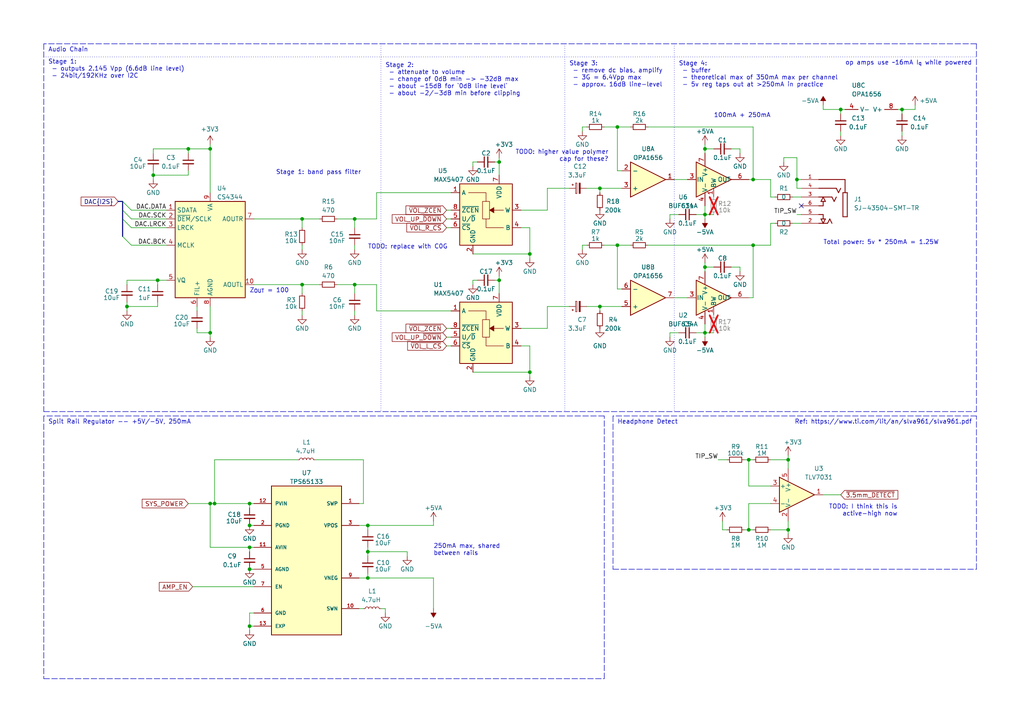
<source format=kicad_sch>
(kicad_sch (version 20230121) (generator eeschema)
  (paper "A4")
  (title_block (title "TANGARA") (date "2023-05-30") (rev "4") (company "made by jacqueline") (comment 1 "SPDX-License-Identifier: CERN-OHL-S-2.0"))
  (lib_symbols
    (symbol "Comparator:TLV7031DBV" (pin_names (offset 0.127))
      (property "Reference" "U" (at -1.27 6.35 0))
      (property "Value" "TLV7031DBV" (at -1.27 3.81 0))
      (symbol "TLV7031DBV_0_1"
        (polyline (pts (xy -5.08 5.08) (xy 5.08 0) (xy -5.08 -5.08) (xy -5.08 5.08)) (stroke (width 0.254)) (fill (type background)))
        (pin power_in line (at -2.54 -7.62 90) (length 3.81) (name "V-") (number "2"))
        (pin power_in line (at -2.54 7.62 270) (length 3.81) (name "V+") (number "5"))
      )
      (symbol "TLV7031DBV_1_1"
        (pin output line (at 7.62 0 180) (length 2.54) (name "~") (number "1"))
        (pin input line (at -7.62 2.54 0) (length 2.54) (name "+") (number "3"))
        (pin input line (at -7.62 -2.54 0) (length 2.54) (name "-") (number "4"))
      )
    )
    (symbol "Device:C_Polarized_Small" (pin_numbers hide) (pin_names (offset 0.254) hide)
      (property "Reference" "C" (at 0.254 1.778 0))
      (property "Value" "C_Polarized_Small" (at 0.254 -2.032 0))
      (symbol "C_Polarized_Small_0_1"
        (rectangle (start -1.524 -0.3048) (end 1.524 -0.6858) (fill (type outline)))
        (rectangle (start -1.524 0.6858) (end 1.524 0.3048))
        (polyline (pts (xy -1.27 1.524) (xy -0.762 1.524)))
        (polyline (pts (xy -1.016 1.27) (xy -1.016 1.778)))
      )
      (symbol "C_Polarized_Small_1_1"
        (pin passive line (at 0 2.54 270) (length 1.8542) (name "~") (number "1"))
        (pin passive line (at 0 -2.54 90) (length 1.8542) (name "~") (number "2"))
      )
    )
    (symbol "Device:C_Small" (pin_numbers hide) (pin_names (offset 0.254) hide)
      (property "Reference" "C" (at 0.254 1.778 0))
      (property "Value" "C_Small" (at 0.254 -2.032 0))
      (symbol "C_Small_0_1"
        (polyline (pts (xy -1.524 -0.508) (xy 1.524 -0.508)) (stroke (width 0.3302)))
        (polyline (pts (xy -1.524 0.508) (xy 1.524 0.508)) (stroke (width 0.3048)))
      )
      (symbol "C_Small_1_1"
        (pin passive line (at 0 2.54 270) (length 2.032) (name "~") (number "1"))
        (pin passive line (at 0 -2.54 90) (length 2.032) (name "~") (number "2"))
      )
    )
    (symbol "Device:L_Small" (pin_numbers hide) (pin_names (offset 0.254) hide)
      (property "Reference" "L" (at 0.762 1.016 0))
      (property "Value" "L_Small" (at 0.762 -1.016 0))
      (symbol "L_Small_0_1"
        (arc (start 0 -2.032) (mid 0.5058 -1.524) (end 0 -1.016))
        (arc (start 0 -1.016) (mid 0.5058 -0.508) (end 0 0))
        (arc (start 0 0) (mid 0.5058 0.508) (end 0 1.016))
        (arc (start 0 1.016) (mid 0.5058 1.524) (end 0 2.032))
      )
      (symbol "L_Small_1_1"
        (pin passive line (at 0 2.54 270) (length 0.508) (name "~") (number "1"))
        (pin passive line (at 0 -2.54 90) (length 0.508) (name "~") (number "2"))
      )
    )
    (symbol "Device:Opamp_Dual"
      (property "Reference" "U" (at 0 5.08 0))
      (property "Value" "Opamp_Dual" (at 0 -5.08 0))
      (symbol "Opamp_Dual_1_1"
        (polyline (pts (xy -5.08 5.08) (xy 5.08 0) (xy -5.08 -5.08) (xy -5.08 5.08)) (stroke (width 0.254)) (fill (type background)))
        (pin output line (at 7.62 0 180) (length 2.54) (name "~") (number "1"))
        (pin input line (at -7.62 -2.54 0) (length 2.54) (name "-") (number "2"))
        (pin input line (at -7.62 2.54 0) (length 2.54) (name "+") (number "3"))
      )
      (symbol "Opamp_Dual_2_1"
        (polyline (pts (xy -5.08 5.08) (xy 5.08 0) (xy -5.08 -5.08) (xy -5.08 5.08)) (stroke (width 0.254)) (fill (type background)))
        (pin input line (at -7.62 2.54 0) (length 2.54) (name "+") (number "5"))
        (pin input line (at -7.62 -2.54 0) (length 2.54) (name "-") (number "6"))
        (pin output line (at 7.62 0 180) (length 2.54) (name "~") (number "7"))
      )
      (symbol "Opamp_Dual_3_1"
        (pin power_in line (at -2.54 -7.62 90) (length 3.81) (name "V-") (number "4"))
        (pin power_in line (at -2.54 7.62 270) (length 3.81) (name "V+") (number "8"))
      )
    )
    (symbol "Device:R_Small" (pin_numbers hide) (pin_names (offset 0.254) hide)
      (property "Reference" "R" (at 0.762 0.508 0))
      (property "Value" "R_Small" (at 0.762 -1.016 0))
      (symbol "R_Small_0_1"
        (rectangle (start -0.762 1.778) (end 0.762 -1.778) (stroke (width 0.2032)))
      )
      (symbol "R_Small_1_1"
        (pin passive line (at 0 2.54 270) (length 0.762) (name "~") (number "1"))
        (pin passive line (at 0 -2.54 90) (length 0.762) (name "~") (number "2"))
      )
    )
    (symbol "MAX5407_1"
      (property "Reference" "U" (at -7.62 8.89 0))
      (property "Value" "MAX5407" (at 1.27 8.89 0))
      (symbol "MAX5407_1_0_1"
        (polyline (pts (xy 0 -2.54) (xy 0 -5.08) (xy 5.08 -5.08)))
        (polyline (pts (xy 5.08 0) (xy 3.81 0) (xy 1.27 0)))
        (polyline (pts (xy -5.08 5.08) (xy -2.54 5.08) (xy -2.54 5.08) (xy 0 5.08) (xy 0 2.54)))
      )
      (symbol "MAX5407_1_1_0"
        (pin passive line (at -10.16 -5.08 0) (length 2.54) (name "~{CS}") (number "6"))
        (pin passive line (at 3.81 10.16 270) (length 2.54) (name "VDD") (number "7"))
      )
      (symbol "MAX5407_1_1_1"
        (rectangle (start -7.62 7.62) (end 7.62 -10.16) (stroke (width 0.254)) (fill (type background)))
        (polyline (pts (xy 2.286 -0.762) (xy 2.286 0.762) (xy 1.016 0) (xy 2.286 -0.762)) (fill (type outline)))
        (rectangle (start 1.016 -2.54) (end -1.016 2.54))
        (pin passive line (at -10.16 5.08 0) (length 2.54) (name "A") (number "1"))
        (pin passive line (at -3.81 -12.7 90) (length 2.54) (name "GND") (number "2"))
        (pin passive line (at 10.16 0 180) (length 2.54) (name "W") (number "3"))
        (pin passive line (at 10.16 -5.08 180) (length 2.54) (name "B") (number "4"))
        (pin power_in line (at -10.16 -2.54 0) (length 2.54) (name "U/~{D}") (number "5"))
        (pin power_in line (at -10.16 0 0) (length 2.54) (name "~{ZCEN}") (number "8"))
      )
    )
    (symbol "power:+3V3" (power) (pin_names (offset 0))
      (property "Value" "+3V3" (at 0 3.556 0))
      (symbol "+3V3_0_1"
        (polyline (pts (xy -0.762 1.27) (xy 0 2.54)))
        (polyline (pts (xy 0 0) (xy 0 2.54)))
        (polyline (pts (xy 0 2.54) (xy 0.762 1.27)))
      )
      (symbol "+3V3_1_1"
        (pin power_in line (at 0 0 90) (length 0) hide (name "+3V3") (number "1"))
      )
    )
    (symbol "power:+5VA" (power) (pin_names (offset 0))
      (property "Value" "+5VA" (at 0 3.556 0))
      (symbol "+5VA_0_1"
        (polyline (pts (xy -0.762 1.27) (xy 0 2.54)))
        (polyline (pts (xy 0 0) (xy 0 2.54)))
        (polyline (pts (xy 0 2.54) (xy 0.762 1.27)))
      )
      (symbol "+5VA_1_1"
        (pin power_in line (at 0 0 90) (length 0) hide (name "+5VA") (number "1"))
      )
    )
    (symbol "power:-5VA" (power) (pin_names (offset 0))
      (property "Value" "-5VA" (at 0 3.81 0))
      (symbol "-5VA_0_0"
        (pin power_in line (at 0 0 90) (length 0) hide (name "-5VA") (number "1"))
      )
      (symbol "-5VA_0_1"
        (polyline (pts (xy 0 0) (xy 0 1.27) (xy 0.762 1.27) (xy 0 2.54) (xy -0.762 1.27) (xy 0 1.27)) (fill (type outline)))
      )
    )
    (symbol "power:GND" (power) (pin_names (offset 0))
      (property "Value" "GND" (at 0 -3.81 0))
      (symbol "GND_0_1"
        (polyline (pts (xy 0 0) (xy 0 -1.27) (xy 1.27 -1.27) (xy 0 -2.54) (xy -1.27 -1.27) (xy 0 -1.27)))
      )
      (symbol "GND_1_1"
        (pin power_in line (at 0 0 270) (length 0) hide (name "GND") (number "1"))
      )
    )
    (symbol "symbols:BUF634A" (pin_names (offset 0.127))
      (property "Reference" "U" (at 6.35 2.54 0))
      (property "Value" "BUF634A" (at 7.62 -2.54 0))
      (symbol "BUF634A_0_1"
        (polyline (pts (xy 5.08 0) (xy -5.08 5.08) (xy -5.08 -5.08) (xy 5.08 0)) (stroke (width 0.254)) (fill (type background)))
      )
      (symbol "BUF634A_1_1"
        (pin input line (at 0 -5.08 90) (length 2.54) (name "BW") (number "1"))
        (pin no_connect line (at -1.27 -1.27 180) (length 2.54) hide (name "NC") (number "2"))
        (pin input line (at -7.62 0 0) (length 2.54) (name "IN") (number "3"))
        (pin power_in line (at -2.54 -7.62 90) (length 3.81) (name "V-") (number "4"))
        (pin no_connect line (at -5.08 -2.54 0) (length 2.54) hide (name "NC") (number "5"))
        (pin output line (at 10.16 0 180) (length 5.08) (name "OUT") (number "6"))
        (pin power_in line (at -2.54 7.62 270) (length 3.81) (name "V+") (number "7"))
        (pin no_connect line (at 0 0 180) (length 2.54) hide (name "NC") (number "8"))
        (pin power_in line (at -2.54 -7.62 90) (length 2.54) hide (name "EP") (number "9"))
      )
    )
    (symbol "symbols:CS4334_1"
      (property "Reference" "U" (at -10.16 8.89 0))
      (property "Value" "CS4334" (at 6.35 -8.89 0))
      (symbol "CS4334_1_0_1"
        (rectangle (start -10.16 7.62) (end 10.16 -20.32) (stroke (width 0.254)) (fill (type background)))
      )
      (symbol "CS4334_1_1_0"
        (pin output line (at -12.7 -15.24 0) (length 2.54) (name "VQ") (number "5"))
        (pin output line (at -3.81 -22.86 90) (length 2.54) (name "FIL+") (number "6"))
      )
      (symbol "CS4334_1_1_1"
        (pin input line (at -12.7 5.08 0) (length 2.54) (name "SDATA") (number "1"))
        (pin output line (at 12.7 -16.51 180) (length 2.54) (name "AOUTL") (number "10"))
        (pin input line (at -12.7 2.54 0) (length 2.54) (name "~{DEM}/SCLK") (number "2"))
        (pin input line (at -12.7 0 0) (length 2.54) (name "LRCK") (number "3"))
        (pin input line (at -12.7 -5.08 0) (length 2.54) (name "MCLK") (number "4"))
        (pin output line (at 12.7 2.54 180) (length 2.54) (name "AOUTR") (number "7"))
        (pin power_in line (at 0 -22.86 90) (length 2.54) (name "AGND") (number "8"))
        (pin power_in line (at 0 10.16 270) (length 2.54) (name "VA") (number "9"))
      )
    )
    (symbol "symbols:MAX5407"
      (property "Reference" "U" (at -7.62 8.89 0))
      (property "Value" "MAX5407" (at 1.27 8.89 0))
      (symbol "MAX5407_0_1"
        (polyline (pts (xy 0 -2.54) (xy 0 -5.08) (xy 5.08 -5.08)))
        (polyline (pts (xy 5.08 0) (xy 3.81 0) (xy 1.27 0)))
        (polyline (pts (xy -5.08 5.08) (xy -2.54 5.08) (xy -2.54 5.08) (xy 0 5.08) (xy 0 2.54)))
      )
      (symbol "MAX5407_1_0"
        (pin passive line (at -10.16 -5.08 0) (length 2.54) (name "~{CS}") (number "6"))
        (pin passive line (at 3.81 10.16 270) (length 2.54) (name "VDD") (number "7"))
      )
      (symbol "MAX5407_1_1"
        (rectangle (start -7.62 7.62) (end 7.62 -10.16) (stroke (width 0.254)) (fill (type background)))
        (polyline (pts (xy 2.286 -0.762) (xy 2.286 0.762) (xy 1.016 0) (xy 2.286 -0.762)) (fill (type outline)))
        (rectangle (start 1.016 -2.54) (end -1.016 2.54))
        (pin passive line (at -10.16 5.08 0) (length 2.54) (name "A") (number "1"))
        (pin passive line (at -3.81 -12.7 90) (length 2.54) (name "GND") (number "2"))
        (pin passive line (at 10.16 0 180) (length 2.54) (name "W") (number "3"))
        (pin passive line (at 10.16 -5.08 180) (length 2.54) (name "B") (number "4"))
        (pin power_in line (at -10.16 -2.54 0) (length 2.54) (name "U/~{D}") (number "5"))
        (pin power_in line (at -10.16 0 0) (length 2.54) (name "~{ZCEN}") (number "8"))
      )
    )
    (symbol "symbols:SJ-43504-SMT-TR" (pin_names (offset 1.016))
      (property "Reference" "J" (at -8.9086 6.3633 0))
      (property "Value" "SJ-43504-SMT-TR" (at -8.8984 -11.4407 0))
      (symbol "SJ-43504-SMT-TR_0_0"
        (polyline (pts (xy -8.255 -5.715) (xy -8.255 1.27)) (stroke (width 0.254)))
        (polyline (pts (xy -8.255 1.27) (xy -7.62 1.27)) (stroke (width 0.254)))
        (polyline (pts (xy -7.62 1.27) (xy -6.985 1.27)) (stroke (width 0.254)))
        (polyline (pts (xy -7.62 5.08) (xy -7.62 1.27)) (stroke (width 0.254)))
        (polyline (pts (xy -6.985 -5.715) (xy -8.255 -5.715)) (stroke (width 0.254)))
        (polyline (pts (xy -6.985 1.27) (xy -6.985 -5.715)) (stroke (width 0.254)))
        (polyline (pts (xy -5.715 1.27) (xy -6.35 2.54)) (stroke (width 0.254)))
        (polyline (pts (xy -5.08 2.54) (xy -5.715 1.27)) (stroke (width 0.254)))
        (polyline (pts (xy -4.445 -1.27) (xy -5.08 0)) (stroke (width 0.254)))
        (polyline (pts (xy -3.81 0) (xy -4.445 -1.27)) (stroke (width 0.254)))
        (polyline (pts (xy -3.175 -6.35) (xy -3.81 -7.62)) (stroke (width 0.254)))
        (polyline (pts (xy -2.54 -7.62) (xy -3.175 -6.35)) (stroke (width 0.254)))
        (polyline (pts (xy -1.905 -6.35) (xy -1.27 -6.35)) (stroke (width 0.254)))
        (polyline (pts (xy -1.905 -1.27) (xy -1.27 -1.27)) (stroke (width 0.254)))
        (polyline (pts (xy -1.27 -7.62) (xy -2.54 -7.62)) (stroke (width 0.254)))
        (polyline (pts (xy -1.27 -7.62) (xy -1.905 -6.35)) (stroke (width 0.254)))
        (polyline (pts (xy -1.27 -6.35) (xy -0.635 -6.35)) (stroke (width 0.254)))
        (polyline (pts (xy -1.27 -5.08) (xy -1.27 -6.35)) (stroke (width 0.254)))
        (polyline (pts (xy -1.27 -2.54) (xy -1.27 -1.27)) (stroke (width 0.254)))
        (polyline (pts (xy -1.27 -1.27) (xy -0.635 -1.27)) (stroke (width 0.254)))
        (polyline (pts (xy -1.27 0) (xy -3.81 0)) (stroke (width 0.254)))
        (polyline (pts (xy -1.27 0) (xy -1.905 -1.27)) (stroke (width 0.254)))
        (polyline (pts (xy -0.635 -6.35) (xy -1.27 -7.62)) (stroke (width 0.254)))
        (polyline (pts (xy -0.635 -1.27) (xy -1.27 0)) (stroke (width 0.254)))
        (polyline (pts (xy 0 -7.62) (xy -1.27 -7.62)) (stroke (width 0.254)))
        (polyline (pts (xy 0 -5.08) (xy -1.27 -5.08)) (stroke (width 0.254)))
        (polyline (pts (xy 0 -2.54) (xy -1.27 -2.54)) (stroke (width 0.254)))
        (polyline (pts (xy 0 0) (xy -1.27 0)) (stroke (width 0.254)))
        (polyline (pts (xy 0 2.54) (xy -5.08 2.54)) (stroke (width 0.254)))
        (polyline (pts (xy 0 5.08) (xy -7.62 5.08)) (stroke (width 0.254)))
        (pin passive line (at 5.08 5.08 180) (length 5.08) (name "~") (number "1"))
        (pin passive line (at 5.08 -7.62 180) (length 5.08) (name "~") (number "2"))
        (pin passive line (at 5.08 0 180) (length 5.08) (name "~") (number "3"))
        (pin passive line (at 5.08 2.54 180) (length 5.08) (name "~") (number "4"))
        (pin passive line (at 5.08 -5.08 180) (length 5.08) (name "~") (number "5"))
        (pin passive line (at 5.08 -2.54 180) (length 5.08) (name "~") (number "6"))
      )
    )
    (symbol "symbols:TPS65135RTER" (pin_names (offset 1.016))
      (property "Reference" "U" (at -10.16 23.622 0))
      (property "Value" "TPS65135RTER" (at -10.16 -22.86 0))
      (symbol "TPS65135RTER_0_0"
        (rectangle (start -10.16 22.86) (end 10.16 -20.32) (stroke (width 0.254)) (fill (type background)))
        (pin bidirectional line (at 15.24 17.78 180) (length 5.08) (name "SWP") (number "1"))
        (pin bidirectional line (at 15.24 -12.7 180) (length 5.08) (name "SWN") (number "10"))
        (pin bidirectional line (at -15.24 5.08 0) (length 5.08) (name "AVIN") (number "11"))
        (pin bidirectional line (at -15.24 17.78 0) (length 5.08) (name "PVIN") (number "12"))
        (pin power_in line (at -15.24 -17.78 0) (length 5.08) (name "EXP") (number "13"))
        (pin power_in line (at -15.24 11.43 0) (length 5.08) (name "PGND") (number "2"))
        (pin output line (at 15.24 11.43 180) (length 5.08) (name "VPOS") (number "3"))
        (pin power_in line (at -15.24 -13.97 0) (length 5.08) hide (name "GND") (number "4"))
        (pin input line (at -15.24 -1.27 0) (length 5.08) (name "AGND") (number "5"))
        (pin power_in line (at -15.24 -13.97 0) (length 5.08) (name "GND") (number "6"))
        (pin input line (at -15.24 -6.35 0) (length 5.08) (name "EN") (number "7"))
        (pin output line (at -15.24 -13.97 0) (length 5.08) hide (name "GND") (number "8"))
        (pin output line (at 15.24 -3.81 180) (length 5.08) (name "VNEG") (number "9"))
      )
    )
  )
  (junction (at 204.47 43.18))
  (junction (at 261.62 31.75))
  (junction (at 153.67 107.95))
  (junction (at 44.45 50.8))
  (junction (at 45.72 81.28))
  (junction (at 60.96 96.52))
  (junction (at 36.83 88.9))
  (junction (at 54.61 43.18))
  (junction (at 87.63 82.55))
  (junction (at 179.07 71.12))
  (junction (at 204.47 96.52))
  (junction (at 60.96 146.05))
  (junction (at 228.6 153.67))
  (junction (at 72.39 181.61))
  (junction (at 144.78 81.28))
  (junction (at 153.67 73.66))
  (junction (at 106.68 167.64))
  (junction (at 72.39 165.1))
  (junction (at 218.44 71.12))
  (junction (at 72.39 152.4))
  (junction (at 173.99 54.61))
  (junction (at 60.96 43.18))
  (junction (at 179.07 36.83))
  (junction (at 173.99 88.9))
  (junction (at 72.39 158.75))
  (junction (at 62.23 146.05))
  (junction (at 231.14 52.07))
  (junction (at 218.44 52.07))
  (junction (at 217.17 133.35))
  (junction (at 106.68 152.4))
  (junction (at 102.87 82.55))
  (junction (at 106.68 160.02))
  (junction (at 144.78 46.99))
  (junction (at 72.39 146.05))
  (junction (at 204.47 77.47))
  (junction (at 217.17 153.67))
  (junction (at 243.84 31.75))
  (junction (at 204.47 62.23))
  (junction (at 87.63 63.5))
  (junction (at 228.6 133.35))
  (junction (at 102.87 63.5))
  (no_connect (at 232.41 59.69))
  (bus_entry (at 35.56 63.5) (size 2.54 2.54))
  (bus_entry (at 35.56 60.96) (size 2.54 2.54))
  (bus_entry (at 35.56 58.42) (size 2.54 2.54))
  (bus_entry (at 35.56 68.58) (size 2.54 2.54))
  (wire (pts (xy 57.15 90.17) (xy 57.15 88.9)))
  (wire (pts (xy 153.67 107.95) (xy 153.67 100.33)))
  (wire (pts (xy 54.61 43.18) (xy 60.96 43.18)))
  (wire (pts (xy 104.14 146.05) (xy 105.41 146.05)))
  (polyline (pts (xy 175.26 120.65) (xy 12.7 120.65)) (stroke (width 0) (type dash)))
  (polyline (pts (xy 12.7 16.51) (xy 283.21 16.51)) (stroke (width 0) (type dot)))
  (wire (pts (xy 214.63 43.18) (xy 212.09 43.18)))
  (wire (pts (xy 44.45 49.53) (xy 44.45 50.8)))
  (wire (pts (xy 54.61 50.8) (xy 44.45 50.8)))
  (wire (pts (xy 207.01 77.47) (xy 204.47 77.47)))
  (polyline (pts (xy 283.21 12.7) (xy 12.7 12.7)) (stroke (width 0) (type dash)))
  (wire (pts (xy 261.62 31.75) (xy 260.35 31.75)))
  (wire (pts (xy 180.34 83.82) (xy 179.07 83.82)))
  (wire (pts (xy 137.16 107.95) (xy 153.67 107.95)))
  (polyline (pts (xy 283.21 119.38) (xy 283.21 12.7)) (stroke (width 0) (type dash)))
  (wire (pts (xy 60.96 43.18) (xy 60.96 55.88)))
  (wire (pts (xy 238.76 31.75) (xy 243.84 31.75)))
  (polyline (pts (xy 163.83 12.7) (xy 163.83 119.38)) (stroke (width 0) (type dot)))
  (wire (pts (xy 153.67 66.04) (xy 151.13 66.04)))
  (wire (pts (xy 62.23 133.35) (xy 86.36 133.35)))
  (wire (pts (xy 105.41 176.53) (xy 104.14 176.53)))
  (wire (pts (xy 243.84 31.75) (xy 245.11 31.75)))
  (wire (pts (xy 223.52 57.15) (xy 224.79 57.15)))
  (wire (pts (xy 44.45 44.45) (xy 44.45 43.18)))
  (wire (pts (xy 60.96 158.75) (xy 60.96 146.05)))
  (wire (pts (xy 151.13 95.25) (xy 158.75 95.25)))
  (wire (pts (xy 223.52 140.97) (xy 217.17 140.97)))
  (wire (pts (xy 153.67 73.66) (xy 153.67 66.04)))
  (wire (pts (xy 143.51 81.28) (xy 144.78 81.28)))
  (wire (pts (xy 173.99 88.9) (xy 180.34 88.9)))
  (wire (pts (xy 209.55 153.67) (xy 210.82 153.67)))
  (wire (pts (xy 111.76 176.53) (xy 111.76 177.8)))
  (wire (pts (xy 261.62 39.37) (xy 261.62 38.1)))
  (wire (pts (xy 60.96 146.05) (xy 62.23 146.05)))
  (polyline (pts (xy 283.21 120.65) (xy 177.8 120.65)) (stroke (width 0) (type dash)))
  (wire (pts (xy 238.76 143.51) (xy 243.84 143.51)))
  (bus (pts (xy 35.56 60.96) (xy 35.56 63.5)))
  (wire (pts (xy 227.33 45.72) (xy 227.33 46.99)))
  (wire (pts (xy 129.54 97.79) (xy 130.81 97.79)))
  (wire (pts (xy 179.07 36.83) (xy 182.88 36.83)))
  (wire (pts (xy 105.41 146.05) (xy 105.41 133.35)))
  (wire (pts (xy 207.01 43.18) (xy 204.47 43.18)))
  (wire (pts (xy 151.13 60.96) (xy 158.75 60.96)))
  (wire (pts (xy 106.68 152.4) (xy 106.68 153.67)))
  (wire (pts (xy 194.31 63.5) (xy 194.31 62.23)))
  (wire (pts (xy 60.96 96.52) (xy 60.96 88.9)))
  (wire (pts (xy 243.84 33.02) (xy 243.84 31.75)))
  (wire (pts (xy 72.39 182.88) (xy 72.39 181.61)))
  (wire (pts (xy 137.16 82.55) (xy 137.16 81.28)))
  (wire (pts (xy 228.6 132.08) (xy 228.6 133.35)))
  (wire (pts (xy 187.96 71.12) (xy 218.44 71.12)))
  (wire (pts (xy 125.73 167.64) (xy 106.68 167.64)))
  (wire (pts (xy 223.52 57.15) (xy 223.52 52.07)))
  (wire (pts (xy 109.22 55.88) (xy 109.22 63.5)))
  (wire (pts (xy 231.14 52.07) (xy 232.41 52.07)))
  (wire (pts (xy 62.23 146.05) (xy 62.23 133.35)))
  (wire (pts (xy 204.47 62.23) (xy 207.01 62.23)))
  (wire (pts (xy 153.67 74.93) (xy 153.67 73.66)))
  (wire (pts (xy 217.17 140.97) (xy 217.17 133.35)))
  (wire (pts (xy 158.75 60.96) (xy 158.75 54.61)))
  (wire (pts (xy 261.62 33.02) (xy 261.62 31.75)))
  (bus (pts (xy 35.56 63.5) (xy 35.56 68.58)))
  (wire (pts (xy 102.87 82.55) (xy 109.22 82.55)))
  (wire (pts (xy 54.61 43.18) (xy 54.61 44.45)))
  (wire (pts (xy 265.43 31.75) (xy 261.62 31.75)))
  (wire (pts (xy 223.52 146.05) (xy 217.17 146.05)))
  (wire (pts (xy 194.31 62.23) (xy 196.85 62.23)))
  (wire (pts (xy 106.68 160.02) (xy 106.68 161.29)))
  (wire (pts (xy 125.73 151.13) (xy 125.73 152.4)))
  (wire (pts (xy 231.14 45.72) (xy 227.33 45.72)))
  (polyline (pts (xy 283.21 165.1) (xy 283.21 120.65)) (stroke (width 0) (type dash)))
  (wire (pts (xy 218.44 52.07) (xy 218.44 36.83)))
  (wire (pts (xy 44.45 43.18) (xy 54.61 43.18)))
  (wire (pts (xy 137.16 73.66) (xy 153.67 73.66)))
  (wire (pts (xy 215.9 153.67) (xy 217.17 153.67)))
  (wire (pts (xy 87.63 63.5) (xy 92.71 63.5)))
  (wire (pts (xy 179.07 49.53) (xy 179.07 36.83)))
  (wire (pts (xy 223.52 52.07) (xy 218.44 52.07)))
  (wire (pts (xy 106.68 152.4) (xy 125.73 152.4)))
  (wire (pts (xy 204.47 97.79) (xy 204.47 96.52)))
  (wire (pts (xy 36.83 88.9) (xy 36.83 90.17)))
  (wire (pts (xy 204.47 41.91) (xy 204.47 43.18)))
  (wire (pts (xy 215.9 133.35) (xy 217.17 133.35)))
  (wire (pts (xy 73.66 82.55) (xy 87.63 82.55)))
  (wire (pts (xy 223.52 71.12) (xy 218.44 71.12)))
  (wire (pts (xy 38.1 60.96) (xy 48.26 60.96)))
  (wire (pts (xy 137.16 46.99) (xy 138.43 46.99)))
  (wire (pts (xy 38.1 63.5) (xy 48.26 63.5)))
  (wire (pts (xy 201.93 62.23) (xy 204.47 62.23)))
  (wire (pts (xy 187.96 36.83) (xy 218.44 36.83)))
  (wire (pts (xy 223.52 133.35) (xy 228.6 133.35)))
  (wire (pts (xy 109.22 90.17) (xy 130.81 90.17)))
  (wire (pts (xy 231.14 62.23) (xy 232.41 62.23)))
  (wire (pts (xy 104.14 152.4) (xy 106.68 152.4)))
  (wire (pts (xy 62.23 146.05) (xy 72.39 146.05)))
  (wire (pts (xy 218.44 86.36) (xy 218.44 71.12)))
  (wire (pts (xy 173.99 90.17) (xy 173.99 88.9)))
  (wire (pts (xy 153.67 109.22) (xy 153.67 107.95)))
  (bus (pts (xy 34.29 58.42) (xy 35.56 58.42)))
  (wire (pts (xy 170.18 54.61) (xy 173.99 54.61)))
  (wire (pts (xy 72.39 181.61) (xy 73.66 181.61)))
  (wire (pts (xy 57.15 95.25) (xy 57.15 96.52)))
  (wire (pts (xy 173.99 55.88) (xy 173.99 54.61)))
  (bus (pts (xy 35.56 58.42) (xy 35.56 60.96)))
  (polyline (pts (xy 177.8 165.1) (xy 283.21 165.1)) (stroke (width 0) (type dash)))
  (wire (pts (xy 170.18 88.9) (xy 173.99 88.9)))
  (wire (pts (xy 106.68 158.75) (xy 106.68 160.02)))
  (wire (pts (xy 217.17 153.67) (xy 218.44 153.67)))
  (wire (pts (xy 194.31 96.52) (xy 196.85 96.52)))
  (wire (pts (xy 54.61 146.05) (xy 60.96 146.05)))
  (polyline (pts (xy 12.7 12.7) (xy 12.7 119.38)) (stroke (width 0) (type dash)))
  (wire (pts (xy 228.6 154.94) (xy 228.6 153.67)))
  (wire (pts (xy 87.63 85.09) (xy 87.63 82.55)))
  (wire (pts (xy 204.47 96.52) (xy 204.47 93.98)))
  (wire (pts (xy 204.47 76.2) (xy 204.47 77.47)))
  (wire (pts (xy 231.14 52.07) (xy 231.14 45.72)))
  (polyline (pts (xy 175.26 196.85) (xy 175.26 120.65)) (stroke (width 0) (type dash)))
  (wire (pts (xy 57.15 96.52) (xy 60.96 96.52)))
  (wire (pts (xy 194.31 97.79) (xy 194.31 96.52)))
  (wire (pts (xy 137.16 81.28) (xy 138.43 81.28)))
  (wire (pts (xy 102.87 72.39) (xy 102.87 71.12)))
  (wire (pts (xy 73.66 63.5) (xy 87.63 63.5)))
  (wire (pts (xy 231.14 54.61) (xy 232.41 54.61)))
  (wire (pts (xy 87.63 91.44) (xy 87.63 90.17)))
  (wire (pts (xy 204.47 62.23) (xy 204.47 59.69)))
  (wire (pts (xy 195.58 52.07) (xy 199.39 52.07)))
  (wire (pts (xy 158.75 95.25) (xy 158.75 88.9)))
  (wire (pts (xy 153.67 100.33) (xy 151.13 100.33)))
  (wire (pts (xy 217.17 133.35) (xy 218.44 133.35)))
  (wire (pts (xy 54.61 49.53) (xy 54.61 50.8)))
  (wire (pts (xy 144.78 80.01) (xy 144.78 81.28)))
  (wire (pts (xy 223.52 64.77) (xy 223.52 71.12)))
  (wire (pts (xy 118.11 160.02) (xy 106.68 160.02)))
  (wire (pts (xy 214.63 77.47) (xy 212.09 77.47)))
  (wire (pts (xy 87.63 72.39) (xy 87.63 71.12)))
  (wire (pts (xy 102.87 63.5) (xy 109.22 63.5)))
  (wire (pts (xy 243.84 39.37) (xy 243.84 38.1)))
  (wire (pts (xy 87.63 66.04) (xy 87.63 63.5)))
  (polyline (pts (xy 12.7 120.65) (xy 12.7 196.85)) (stroke (width 0) (type dash)))
  (wire (pts (xy 55.88 170.18) (xy 73.66 170.18)))
  (wire (pts (xy 265.43 31.75) (xy 265.43 30.48)))
  (wire (pts (xy 104.14 167.64) (xy 106.68 167.64)))
  (polyline (pts (xy 12.7 196.85) (xy 175.26 196.85)) (stroke (width 0) (type dash)))
  (wire (pts (xy 60.96 97.79) (xy 60.96 96.52)))
  (wire (pts (xy 129.54 63.5) (xy 130.81 63.5)))
  (wire (pts (xy 72.39 165.1) (xy 73.66 165.1)))
  (wire (pts (xy 129.54 100.33) (xy 130.81 100.33)))
  (wire (pts (xy 72.39 158.75) (xy 73.66 158.75)))
  (wire (pts (xy 209.55 151.13) (xy 209.55 153.67)))
  (wire (pts (xy 129.54 60.96) (xy 130.81 60.96)))
  (wire (pts (xy 129.54 66.04) (xy 130.81 66.04)))
  (wire (pts (xy 72.39 152.4) (xy 73.66 152.4)))
  (wire (pts (xy 223.52 64.77) (xy 224.79 64.77)))
  (wire (pts (xy 144.78 85.09) (xy 144.78 81.28)))
  (wire (pts (xy 204.47 63.5) (xy 204.47 62.23)))
  (wire (pts (xy 137.16 48.26) (xy 137.16 46.99)))
  (wire (pts (xy 143.51 46.99) (xy 144.78 46.99)))
  (wire (pts (xy 173.99 54.61) (xy 180.34 54.61)))
  (wire (pts (xy 38.1 71.12) (xy 48.26 71.12)))
  (wire (pts (xy 125.73 176.53) (xy 125.73 167.64)))
  (wire (pts (xy 105.41 133.35) (xy 91.44 133.35)))
  (wire (pts (xy 36.83 81.28) (xy 36.83 82.55)))
  (wire (pts (xy 204.47 96.52) (xy 207.01 96.52)))
  (wire (pts (xy 208.28 133.35) (xy 210.82 133.35)))
  (wire (pts (xy 45.72 87.63) (xy 45.72 88.9)))
  (wire (pts (xy 217.17 86.36) (xy 218.44 86.36)))
  (wire (pts (xy 72.39 146.05) (xy 72.39 147.32)))
  (wire (pts (xy 195.58 86.36) (xy 199.39 86.36)))
  (wire (pts (xy 72.39 146.05) (xy 73.66 146.05)))
  (wire (pts (xy 106.68 166.37) (xy 106.68 167.64)))
  (wire (pts (xy 204.47 43.18) (xy 204.47 44.45)))
  (wire (pts (xy 102.87 91.44) (xy 102.87 90.17)))
  (wire (pts (xy 102.87 82.55) (xy 102.87 85.09)))
  (wire (pts (xy 110.49 176.53) (xy 111.76 176.53)))
  (wire (pts (xy 180.34 49.53) (xy 179.07 49.53)))
  (wire (pts (xy 175.26 36.83) (xy 179.07 36.83)))
  (wire (pts (xy 109.22 55.88) (xy 130.81 55.88)))
  (wire (pts (xy 204.47 77.47) (xy 204.47 78.74)))
  (wire (pts (xy 217.17 52.07) (xy 218.44 52.07)))
  (wire (pts (xy 168.91 38.1) (xy 168.91 36.83)))
  (wire (pts (xy 129.54 95.25) (xy 130.81 95.25)))
  (wire (pts (xy 179.07 83.82) (xy 179.07 71.12)))
  (wire (pts (xy 228.6 133.35) (xy 228.6 135.89)))
  (wire (pts (xy 72.39 158.75) (xy 60.96 158.75)))
  (wire (pts (xy 87.63 82.55) (xy 92.71 82.55)))
  (wire (pts (xy 158.75 54.61) (xy 165.1 54.61)))
  (wire (pts (xy 38.1 66.04) (xy 48.26 66.04)))
  (wire (pts (xy 48.26 81.28) (xy 45.72 81.28)))
  (wire (pts (xy 45.72 81.28) (xy 36.83 81.28)))
  (wire (pts (xy 45.72 88.9) (xy 36.83 88.9)))
  (wire (pts (xy 201.93 96.52) (xy 204.47 96.52)))
  (wire (pts (xy 36.83 87.63) (xy 36.83 88.9)))
  (wire (pts (xy 214.63 44.45) (xy 214.63 43.18)))
  (wire (pts (xy 217.17 146.05) (xy 217.17 153.67)))
  (wire (pts (xy 118.11 161.29) (xy 118.11 160.02)))
  (wire (pts (xy 73.66 177.8) (xy 72.39 177.8)))
  (wire (pts (xy 72.39 160.02) (xy 72.39 158.75)))
  (wire (pts (xy 168.91 72.39) (xy 168.91 71.12)))
  (wire (pts (xy 179.07 71.12) (xy 182.88 71.12)))
  (wire (pts (xy 45.72 81.28) (xy 45.72 82.55)))
  (wire (pts (xy 223.52 153.67) (xy 228.6 153.67)))
  (wire (pts (xy 231.14 52.07) (xy 231.14 54.61)))
  (polyline (pts (xy 110.49 12.7) (xy 110.49 119.38)) (stroke (width 0) (type dot)))
  (wire (pts (xy 102.87 63.5) (xy 102.87 66.04)))
  (wire (pts (xy 97.79 82.55) (xy 102.87 82.55)))
  (polyline (pts (xy 195.58 12.7) (xy 195.58 119.38)) (stroke (width 0) (type dot)))
  (polyline (pts (xy 177.8 120.65) (xy 177.8 165.1)) (stroke (width 0) (type dash)))
  (wire (pts (xy 44.45 52.07) (xy 44.45 50.8)))
  (wire (pts (xy 168.91 71.12) (xy 170.18 71.12)))
  (wire (pts (xy 238.76 31.75) (xy 238.76 30.48)))
  (wire (pts (xy 97.79 63.5) (xy 102.87 63.5)))
  (wire (pts (xy 144.78 50.8) (xy 144.78 46.99)))
  (wire (pts (xy 228.6 153.67) (xy 228.6 151.13)))
  (wire (pts (xy 175.26 71.12) (xy 179.07 71.12)))
  (wire (pts (xy 144.78 45.72) (xy 144.78 46.99)))
  (wire (pts (xy 214.63 78.74) (xy 214.63 77.47)))
  (wire (pts (xy 109.22 82.55) (xy 109.22 90.17)))
  (polyline (pts (xy 12.7 119.38) (xy 283.21 119.38)) (stroke (width 0) (type dash)))
  (wire (pts (xy 60.96 41.91) (xy 60.96 43.18)))
  (wire (pts (xy 229.87 57.15) (xy 232.41 57.15)))
  (wire (pts (xy 229.87 64.77) (xy 232.41 64.77)))
  (wire (pts (xy 72.39 177.8) (xy 72.39 181.61)))
  (wire (pts (xy 158.75 88.9) (xy 165.1 88.9)))
  (wire (pts (xy 168.91 36.83) (xy 170.18 36.83)))
  (text "Stage 2:\n - attenuate to volume\n - change of 0dB min -> -32dB max\n - about -15dB for `0dB line level`\n - about -2/-3dB min before clipping" (at 111.76 27.94 0) (effects (font (size 1.27 1.27)) (justify left bottom)))
  (text "100mA + 250mA" (at 207.01 34.29 0) (effects (font (size 1.27 1.27)) (justify left bottom)))
  (text "Stage 3:\n - remove dc bias, amplify\n - 3G = 6.4Vpp max\n - approx. 16dB line-level" (at 165.1 25.4 0) (effects (font (size 1.27 1.27)) (justify left bottom)))
  (text "TODO: higher value polymer\ncap for these?" (at 176.53 46.99 0) (effects (font (size 1.27 1.27)) (justify right bottom)))
  (text "Audio Chain\n" (at 13.97 15.24 0) (effects (font (size 1.27 1.27)) (justify left bottom)))
  (text "Total power: 5v * 250mA = 1.25W" (at 238.76 71.12 0) (effects (font (size 1.27 1.27)) (justify left bottom)))
  (text "TODO: I think this is\nactive-high now" (at 260.35 149.86 0) (effects (font (size 1.27 1.27)) (justify right bottom)))
  (text "Ref: https://www.ti.com/lit/an/slva961/slva961.pdf" (at 281.94 123.19 0) (effects (font (size 1.27 1.27)) (justify right bottom)))
  (text "TODO: replace with C0G" (at 106.68 72.39 0) (effects (font (size 1.27 1.27)) (justify left bottom)))
  (text "Stage 1:\n - outputs 2.145 Vpp (6.6dB line level)\n - 24bit/192KHz over I2C" (at 13.97 22.86 0) (effects (font (size 1.27 1.27)) (justify left bottom)))
  (text "250mA max, shared\nbetween rails" (at 125.73 161.29 0) (effects (font (size 1.27 1.27)) (justify left bottom)))
  (text "Z_{OUT} = 100" (at 72.39 85.09 0) (effects (font (size 1.27 1.27)) (justify left bottom)))
  (text "op amps use ~16mA I_{q} while powered" (at 281.94 19.05 0) (effects (font (size 1.27 1.27)) (justify right bottom)))
  (text "Stage 4:\n - buffer\n - theoretical max of 350mA max per channel\n - 5v reg taps out at >250mA in practice" (at 196.85 25.4 0) (effects (font (size 1.27 1.27)) (justify left bottom)))
  (text "Headphone Detect" (at 179.07 123.19 0) (effects (font (size 1.27 1.27)) (justify left bottom)))
  (text "Split Rail Regulator -- +5V/-5V, 250mA" (at 13.97 123.19 0) (effects (font (size 1.27 1.27)) (justify left bottom)))
  (text "Stage 1: band pass filter" (at 80.01 50.8 0) (effects (font (size 1.27 1.27)) (justify left bottom)))
  (label "TIP_SW" (at 231.14 62.23 180))
  (label "DAC.LRCK" (at 48.26 66.04 180))
  (label "TIP_SW" (at 208.28 133.35 180))
  (label "DAC.BCK" (at 48.26 71.12 180))
  (label "DAC.DATA" (at 48.26 60.96 180))
  (label "DAC.SCK" (at 48.26 63.5 180))
  (global_label "~{VOL_L_CS}" (shape input) (at 129.54 100.33 180) (property "Intersheetrefs" "${INTERSHEET_REFS}" (effects hide)))
  (global_label "VOL_UP_~{DOWN}" (shape input) (at 129.54 97.79 180) (property "Intersheetrefs" "${INTERSHEET_REFS}" (effects hide)))
  (global_label "~{VOL_ZCEN}" (shape input) (at 129.54 95.25 180) (property "Intersheetrefs" "${INTERSHEET_REFS}" (effects hide)))
  (global_label "~{3.5mm_DETECT}" (shape input) (at 243.84 143.51 0) (property "Intersheetrefs" "${INTERSHEET_REFS}" (effects hide)))
  (global_label "AMP_EN" (shape input) (at 55.88 170.18 180) (property "Intersheetrefs" "${INTERSHEET_REFS}" (effects hide)))
  (global_label "~{VOL_R_CS}" (shape input) (at 129.54 66.04 180) (property "Intersheetrefs" "${INTERSHEET_REFS}" (effects hide)))
  (global_label "~{VOL_ZCEN}" (shape input) (at 129.54 60.96 180) (property "Intersheetrefs" "${INTERSHEET_REFS}" (effects hide)))
  (global_label "SYS_POWER" (shape input) (at 54.61 146.05 180) (property "Intersheetrefs" "${INTERSHEET_REFS}" (effects hide)))
  (global_label "VOL_UP_~{DOWN}" (shape input) (at 129.54 63.5 180) (property "Intersheetrefs" "${INTERSHEET_REFS}" (effects hide)))
  (global_label "DAC{I2S}" (shape input) (at 34.29 58.42 180) (property "Intersheetrefs" "${INTERSHEET_REFS}" (effects hide)))
  (symbol (lib_id "Device:Opamp_Dual") (at 187.96 52.07 0) (mirror x) (unit 1)
    (property "Reference" "U8" (at 187.96 43.18 0))
    (property "Value" "OPA1656" (at 187.96 45.72 0))
    (property "Footprint" "Package_SO:SOIC-8_3.9x4.9mm_P1.27mm" (effects hide))
    (property "MPN" "OPA1656IDR" (effects hide))
  )
  (symbol (lib_id "power:GND") (at 72.39 165.1 0) (unit 1)
    (property "Reference" "#PWR015" (effects hide))
    (property "Value" "GND" (at 72.39 168.91 0))
  )
  (symbol (lib_id "symbols:SJ-43504-SMT-TR") (at 237.49 57.15 0) (mirror y) (unit 1)
    (property "Reference" "J1" (at 247.65 57.785 0) (effects (justify right)))
    (property "Value" "SJ-43504-SMT-TR" (at 247.65 60.325 0) (effects (justify right)))
    (property "Footprint" "footprints:CUI_SJ-43504-SMT-TR" (effects hide))
    (property "MPN" "SJ-43504-SMT-TR" (effects hide))
  )
  (symbol (lib_id "Device:R_Small") (at 87.63 68.58 180) (unit 1)
    (property "Reference" "R13" (at 84.455 67.945 0))
    (property "Value" "10k" (at 84.455 69.85 0))
    (property "Footprint" "Resistor_SMD:R_0603_1608Metric" (effects hide))
    (property "MPN" "ERJ-3RBD1002V" (effects hide))
  )
  (symbol (lib_id "Device:R_Small") (at 185.42 71.12 90) (unit 1)
    (property "Reference" "R5" (at 185.42 67.31 90))
    (property "Value" "2k" (at 185.42 69.215 90))
    (property "Footprint" "Resistor_SMD:R_0603_1608Metric" (effects hide))
    (property "MPN" "ERJ-3RBD2001V " (effects hide))
  )
  (symbol (lib_id "power:GND") (at 228.6 154.94 0) (unit 1)
    (property "Reference" "#PWR048" (effects hide))
    (property "Value" "GND" (at 228.6 158.75 0))
  )
  (symbol (lib_id "power:GND") (at 194.31 97.79 0) (mirror y) (unit 1)
    (property "Reference" "#PWR09" (effects hide))
    (property "Value" "GND" (at 194.31 101.6 0))
  )
  (symbol (lib_id "Device:C_Small") (at 209.55 77.47 90) (unit 1)
    (property "Reference" "C8" (at 209.55 74.93 90))
    (property "Value" "0.1uF" (at 209.55 80.01 90))
    (property "Footprint" "Capacitor_SMD:C_0603_1608Metric" (effects hide))
    (property "MPN" "EMK107BJ104KAHT" (effects hide))
  )
  (symbol (lib_id "Device:R_Small") (at 207.01 59.69 0) (unit 1) (dnp yes)
    (property "Reference" "R12" (at 210.185 59.055 0))
    (property "Value" "10k" (at 210.185 60.96 0))
    (property "Footprint" "Resistor_SMD:R_0603_1608Metric" (effects hide))
    (property "MPN" "AC0603JR-0710KL" (effects hide))
  )
  (symbol (lib_id "Device:C_Small") (at 102.87 68.58 0) (unit 1)
    (property "Reference" "C15" (at 97.79 67.945 0))
    (property "Value" "10nF" (at 97.79 69.85 0))
    (property "Footprint" "Capacitor_SMD:C_0603_1608Metric" (effects hide))
    (property "MPN" "06035D103JAT2A " (effects hide))
  )
  (symbol (lib_id "power:+3V3") (at 209.55 151.13 0) (mirror y) (unit 1)
    (property "Reference" "#PWR047" (effects hide))
    (property "Value" "+3V3" (at 207.01 147.32 0) (effects (justify right)))
  )
  (symbol (lib_id "power:+5VA") (at 125.73 151.13 0) (unit 1)
    (property "Reference" "#PWR019" (effects hide))
    (property "Value" "+5VA" (at 125.73 147.32 0))
  )
  (symbol (lib_id "Device:L_Small") (at 107.95 176.53 270) (mirror x) (unit 1)
    (property "Reference" "L1" (at 109.22 171.45 90) (effects (justify right)))
    (property "Value" "4.7uH" (at 110.49 173.99 90) (effects (justify right)))
    (property "Footprint" "Inductor_SMD:L_1008_2520Metric" (effects hide))
    (property "MPN" "1239AS-H-4R7M" (effects hide))
  )
  (symbol (lib_id "power:GND") (at 173.99 60.96 0) (unit 1)
    (property "Reference" "#PWR033" (effects hide))
    (property "Value" "GND" (at 173.99 64.77 0))
  )
  (symbol (lib_id "Device:Opamp_Dual") (at 252.73 34.29 270) (unit 3)
    (property "Reference" "U8" (at 247.015 24.765 90) (effects (justify left)))
    (property "Value" "OPA1656" (at 247.015 27.305 90) (effects (justify left)))
    (property "Footprint" "Package_SO:SOIC-8_3.9x4.9mm_P1.27mm" (effects hide))
    (property "MPN" "OPA1656IDR" (effects hide))
  )
  (symbol (lib_id "Device:C_Small") (at 106.68 163.83 0) (unit 1)
    (property "Reference" "C10" (at 111.125 163.195 0))
    (property "Value" "10uF" (at 111.125 165.1 0))
    (property "Footprint" "Capacitor_SMD:C_0805_2012Metric" (effects hide))
    (property "MPN" "CL21A106KOQNNNG" (effects hide))
  )
  (symbol (lib_id "power:GND") (at 261.62 39.37 0) (unit 1)
    (property "Reference" "#PWR037" (effects hide))
    (property "Value" "GND" (at 261.62 43.18 0))
  )
  (symbol (lib_id "Device:C_Small") (at 44.45 46.99 0) (mirror y) (unit 1)
    (property "Reference" "C4" (at 40.005 46.355 0))
    (property "Value" "10uF" (at 40.005 48.26 0))
    (property "Footprint" "Capacitor_SMD:C_0805_2012Metric" (effects hide))
    (property "MPN" "CL21A106KOQNNNG" (effects hide))
  )
  (symbol (lib_id "power:+5VA") (at 204.47 41.91 0) (unit 1)
    (property "Reference" "#PWR026" (effects hide))
    (property "Value" "+5VA" (at 204.47 38.1 0))
  )
  (symbol (lib_id "symbols:TPS65135RTER") (at 88.9 163.83 0) (unit 1)
    (property "Reference" "U7" (at 88.9 137.16 0))
    (property "Value" "TPS65133" (at 88.9 139.7 0))
    (property "Footprint" "footprints:WSON-12" (effects hide))
    (property "MPN" "TPS65133DPDR" (effects hide))
  )
  (symbol (lib_id "power:GND") (at 153.67 74.93 0) (unit 1)
    (property "Reference" "#PWR044" (effects hide))
    (property "Value" "GND" (at 153.67 78.74 0))
  )
  (symbol (lib_id "power:-5VA") (at 204.47 63.5 180) (unit 1)
    (property "Reference" "#PWR028" (effects hide))
    (property "Value" "-5VA" (at 204.47 67.31 0))
  )
  (symbol (lib_id "power:GND") (at 87.63 72.39 0) (unit 1)
    (property "Reference" "#PWR020" (effects hide))
    (property "Value" "GND" (at 87.63 76.2 0))
  )
  (symbol (lib_id "Device:C_Small") (at 54.61 46.99 0) (unit 1)
    (property "Reference" "C3" (at 49.53 45.72 0))
    (property "Value" "0.1uF" (at 49.53 48.26 0))
    (property "Footprint" "Capacitor_SMD:C_0603_1608Metric" (effects hide))
    (property "MPN" "EMK107BJ104KAHT" (effects hide))
  )
  (symbol (lib_id "Device:C_Small") (at 36.83 85.09 0) (mirror y) (unit 1)
    (property "Reference" "C19" (at 32.385 84.455 0))
    (property "Value" "10uF" (at 32.385 86.36 0))
    (property "Footprint" "Capacitor_SMD:C_0805_2012Metric" (effects hide))
    (property "MPN" "CL21A106KOQNNNG" (effects hide))
  )
  (symbol (lib_id "Comparator:TLV7031DBV") (at 231.14 143.51 0) (unit 1)
    (property "Reference" "U3" (at 237.49 135.89 0))
    (property "Value" "TLV7031" (at 237.49 138.43 0))
    (property "Footprint" "Package_TO_SOT_SMD:SOT-353_SC-70-5" (effects hide))
    (property "Datasheet" "https://www.ti.com/lit/ds/symlink/tlv7031.pdf" (effects hide))
    (property "MPN" "TLV7031DBV" (effects hide))
  )
  (symbol (lib_id "power:GND") (at 102.87 72.39 0) (unit 1)
    (property "Reference" "#PWR017" (effects hide))
    (property "Value" "GND" (at 102.87 76.2 0))
  )
  (symbol (lib_id "power:+5VA") (at 204.47 76.2 0) (unit 1)
    (property "Reference" "#PWR030" (effects hide))
    (property "Value" "+5VA" (at 204.47 72.39 0))
  )
  (symbol (lib_id "Device:C_Polarized_Small") (at 167.64 88.9 90) (unit 1)
    (property "Reference" "C7" (at 170.18 92.71 90) (effects (justify left)))
    (property "Value" "3.3uF" (at 170.18 95.25 90) (effects (justify left)))
    (property "Footprint" "Capacitor_Tantalum_SMD:CP_EIA-2012-15_AVX-P" (effects hide))
    (property "MPN" "F381V335MSA " (effects hide))
  )
  (symbol (lib_id "power:GND") (at 60.96 97.79 0) (unit 1)
    (property "Reference" "#PWR06" (effects hide))
    (property "Value" "GND" (at 60.96 101.6 0))
  )
  (symbol (lib_id "Device:C_Small") (at 140.97 46.99 90) (mirror x) (unit 1)
    (property "Reference" "C2" (at 140.97 44.45 90))
    (property "Value" "0.1uF" (at 140.97 49.53 90))
    (property "Footprint" "Capacitor_SMD:C_0603_1608Metric" (effects hide))
    (property "MPN" "EMK107BJ104KAHT" (effects hide))
  )
  (symbol (lib_id "power:+3V3") (at 144.78 45.72 0) (mirror y) (unit 1)
    (property "Reference" "#PWR042" (effects hide))
    (property "Value" "+3V3" (at 143.51 41.91 0) (effects (justify right)))
  )
  (symbol (lib_id "power:GND") (at 214.63 78.74 0) (unit 1)
    (property "Reference" "#PWR036" (effects hide))
    (property "Value" "GND" (at 214.63 82.55 0))
  )
  (symbol (lib_id "Device:R_Small") (at 220.98 133.35 90) (unit 1)
    (property "Reference" "R11" (at 220.98 129.54 90))
    (property "Value" "1M" (at 220.98 131.445 90))
    (property "Footprint" "Resistor_SMD:R_0603_1608Metric" (effects hide))
    (property "MPN" "CRCW04021M00FKED" (effects hide))
  )
  (symbol (lib_id "Device:C_Small") (at 45.72 85.09 0) (unit 1)
    (property "Reference" "C11" (at 41.91 83.82 0))
    (property "Value" "1uF" (at 41.91 86.36 0))
    (property "Footprint" "Capacitor_SMD:C_0805_2012Metric" (effects hide))
    (property "MPN" "EMK212BJ105KG-T" (effects hide))
  )
  (symbol (lib_id "Device:C_Small") (at 199.39 96.52 270) (mirror x) (unit 1)
    (property "Reference" "C5" (at 199.39 93.98 90))
    (property "Value" "0.1uF" (at 199.39 99.06 90))
    (property "Footprint" "Capacitor_SMD:C_0603_1608Metric" (effects hide))
    (property "MPN" "EMK107BJ104KAHT" (effects hide))
  )
  (symbol (lib_id "Device:C_Small") (at 199.39 62.23 270) (mirror x) (unit 1)
    (property "Reference" "C11" (at 199.39 59.69 90))
    (property "Value" "0.1uF" (at 199.39 64.77 90))
    (property "Footprint" "Capacitor_SMD:C_0603_1608Metric" (effects hide))
    (property "MPN" "EMK107BJ104KAHT" (effects hide))
  )
  (symbol (lib_id "Device:C_Small") (at 57.15 92.71 0) (mirror y) (unit 1)
    (property "Reference" "C20" (at 52.705 92.075 0))
    (property "Value" "10uF" (at 52.705 93.98 0))
    (property "Footprint" "Capacitor_SMD:C_0805_2012Metric" (effects hide))
    (property "MPN" "CL21A106KOQNNNG" (effects hide))
  )
  (symbol (lib_id "power:GND") (at 168.91 72.39 0) (unit 1)
    (property "Reference" "#PWR032" (effects hide))
    (property "Value" "GND" (at 168.91 76.2 0))
  )
  (symbol (lib_name "MAX5407_1") (lib_id "symbols:MAX5407") (at 140.97 60.96 0) (unit 1)
    (property "Reference" "U5" (at 127 49.53 0) (effects (justify left)))
    (property "Value" "MAX5407" (at 125.73 52.07 0) (effects (justify left)))
    (property "Footprint" "Package_TO_SOT_SMD:SOT-23-8" (effects hide))
    (property "Datasheet" "http://ww1.microchip.com/downloads/en/DeviceDoc/21978c.pdf, MSOP-8" (effects hide))
    (property "MPN" "MAX5407EKA+T" (effects hide))
  )
  (symbol (lib_id "power:-5VA") (at 204.47 97.79 180) (unit 1)
    (property "Reference" "#PWR029" (effects hide))
    (property "Value" "-5VA" (at 204.47 101.6 0))
  )
  (symbol (lib_id "Device:R_Small") (at 213.36 133.35 90) (unit 1)
    (property "Reference" "R9" (at 213.36 129.54 90))
    (property "Value" "100k" (at 213.36 131.445 90))
    (property "Footprint" "Resistor_SMD:R_0603_1608Metric" (effects hide))
    (property "MPN" "RC0603JR-10100KL" (effects hide))
  )
  (symbol (lib_id "power:GND") (at 168.91 38.1 0) (unit 1)
    (property "Reference" "#PWR031" (effects hide))
    (property "Value" "GND" (at 168.91 41.91 0))
  )
  (symbol (lib_id "power:GND") (at 194.31 63.5 0) (mirror y) (unit 1)
    (property "Reference" "#PWR02" (effects hide))
    (property "Value" "GND" (at 194.31 67.31 0))
  )
  (symbol (lib_id "power:GND") (at 214.63 44.45 0) (unit 1)
    (property "Reference" "#PWR035" (effects hide))
    (property "Value" "GND" (at 214.63 48.26 0))
  )
  (symbol (lib_id "symbols:MAX5407") (at 140.97 95.25 0) (unit 1)
    (property "Reference" "U1" (at 125.73 82.55 0) (effects (justify left)))
    (property "Value" "MAX5407" (at 125.73 85.09 0) (effects (justify left)))
    (property "Footprint" "Package_TO_SOT_SMD:SOT-23-8" (effects hide))
    (property "Datasheet" "http://ww1.microchip.com/downloads/en/DeviceDoc/21978c.pdf, MSOP-8" (effects hide))
    (property "MPN" "MAX5407EKA+T" (effects hide))
  )
  (symbol (lib_id "Device:R_Small") (at 220.98 153.67 270) (mirror x) (unit 1)
    (property "Reference" "R10" (at 220.98 156.21 90))
    (property "Value" "1M" (at 220.98 158.115 90))
    (property "Footprint" "Resistor_SMD:R_0603_1608Metric" (effects hide))
    (property "MPN" "CRCW04021M00FKED" (effects hide))
  )
  (symbol (lib_id "power:+3V3") (at 144.78 80.01 0) (mirror y) (unit 1)
    (property "Reference" "#PWR041" (effects hide))
    (property "Value" "+3V3" (at 143.51 76.2 0) (effects (justify right)))
  )
  (symbol (lib_id "power:+3V3") (at 60.96 41.91 0) (unit 1)
    (property "Reference" "#PWR07" (effects hide))
    (property "Value" "+3V3" (at 63.5 37.465 0) (effects (justify right)))
  )
  (symbol (lib_id "power:GND") (at 137.16 82.55 0) (mirror y) (unit 1)
    (property "Reference" "#PWR040" (effects hide))
    (property "Value" "GND" (at 137.16 86.36 0))
  )
  (symbol (lib_id "power:GND") (at 102.87 91.44 0) (unit 1)
    (property "Reference" "#PWR016" (effects hide))
    (property "Value" "GND" (at 102.87 95.25 0))
  )
  (symbol (lib_id "Device:L_Small") (at 88.9 133.35 270) (mirror x) (unit 1)
    (property "Reference" "L1" (at 90.17 128.27 90) (effects (justify right)))
    (property "Value" "4.7uH" (at 91.44 130.81 90) (effects (justify right)))
    (property "Footprint" "Inductor_SMD:L_1008_2520Metric" (effects hide))
    (property "MPN" "1239AS-H-4R7M" (effects hide))
  )
  (symbol (lib_id "power:GND") (at 153.67 109.22 0) (unit 1)
    (property "Reference" "#PWR045" (effects hide))
    (property "Value" "GND" (at 153.67 113.03 0))
  )
  (symbol (lib_id "Device:R_Small") (at 172.72 36.83 90) (unit 1)
    (property "Reference" "R14" (at 172.72 33.02 90))
    (property "Value" "1k" (at 172.72 34.925 90))
    (property "Footprint" "Resistor_SMD:R_0603_1608Metric" (effects hide))
    (property "MPN" "ERJ-3RBD1001V" (effects hide))
  )
  (symbol (lib_id "Device:R_Small") (at 173.99 58.42 0) (mirror x) (unit 1)
    (property "Reference" "R18" (at 177.8 58.42 0))
    (property "Value" "200k" (at 177.8 60.96 0))
    (property "Footprint" "Resistor_SMD:R_0603_1608Metric" (effects hide))
    (property "MPN" "ERJ-3RED2003V " (effects hide))
  )
  (symbol (lib_id "Device:C_Small") (at 243.84 35.56 0) (mirror y) (unit 1)
    (property "Reference" "C13" (at 248.92 34.29 0))
    (property "Value" "0.1uF" (at 248.92 36.83 0))
    (property "Footprint" "Capacitor_SMD:C_0603_1608Metric" (effects hide))
    (property "MPN" "EMK107BJ104KAHT" (effects hide))
  )
  (symbol (lib_id "power:GND") (at 227.33 46.99 0) (unit 1)
    (property "Reference" "#PWR018" (effects hide))
    (property "Value" "GND" (at 227.33 50.8 0))
  )
  (symbol (lib_id "power:GND") (at 36.83 90.17 0) (unit 1)
    (property "Reference" "#PWR014" (effects hide))
    (property "Value" "GND" (at 36.83 93.98 0))
  )
  (symbol (lib_id "power:GND") (at 44.45 52.07 0) (unit 1)
    (property "Reference" "#PWR08" (effects hide))
    (property "Value" "GND" (at 44.45 55.88 0))
  )
  (symbol (lib_id "Device:R_Small") (at 227.33 64.77 90) (unit 1)
    (property "Reference" "R2" (at 227.33 67.31 90))
    (property "Value" "0" (at 227.33 64.77 90))
    (property "Footprint" "Resistor_SMD:R_0603_1608Metric" (effects hide))
  )
  (symbol (lib_id "power:GND") (at 72.39 152.4 0) (unit 1)
    (property "Reference" "#PWR024" (effects hide))
    (property "Value" "GND" (at 72.39 156.21 0))
  )
  (symbol (lib_id "Device:C_Polarized_Small") (at 167.64 54.61 90) (mirror x) (unit 1)
    (property "Reference" "C12" (at 170.18 48.26 90) (effects (justify left)))
    (property "Value" "3.3uF" (at 170.18 50.8 90) (effects (justify left)))
    (property "Footprint" "Capacitor_Tantalum_SMD:CP_EIA-2012-15_AVX-P" (effects hide))
    (property "MPN" "F381V335MSA " (effects hide))
  )
  (symbol (lib_id "Device:Opamp_Dual") (at 187.96 86.36 0) (mirror x) (unit 2)
    (property "Reference" "U8" (at 187.96 77.47 0))
    (property "Value" "OPA1656" (at 187.96 80.01 0))
    (property "Footprint" "Package_SO:SOIC-8_3.9x4.9mm_P1.27mm" (effects hide))
    (property "MPN" "OPA1656IDR" (effects hide))
  )
  (symbol (lib_id "power:GND") (at 111.76 177.8 0) (unit 1)
    (property "Reference" "#PWR039" (effects hide))
    (property "Value" "GND" (at 111.76 181.61 0))
  )
  (symbol (lib_id "Device:R_Small") (at 172.72 71.12 90) (unit 1)
    (property "Reference" "R7" (at 172.72 67.31 90))
    (property "Value" "1k" (at 172.72 69.215 90))
    (property "Footprint" "Resistor_SMD:R_0603_1608Metric" (effects hide))
    (property "MPN" "ERJ-3RBD1001V" (effects hide))
  )
  (symbol (lib_id "power:GND") (at 173.99 95.25 0) (unit 1)
    (property "Reference" "#PWR034" (effects hide))
    (property "Value" "GND" (at 173.99 100.33 0))
  )
  (symbol (lib_id "Device:R_Small") (at 95.25 63.5 90) (unit 1)
    (property "Reference" "R15" (at 95.25 58.42 90))
    (property "Value" "470" (at 95.25 60.96 90))
    (property "Footprint" "Resistor_SMD:R_0805_2012Metric" (effects hide))
    (property "MPN" "ERJ-6RBD4700V " (effects hide))
  )
  (symbol (lib_id "Device:R_Small") (at 227.33 57.15 90) (unit 1)
    (property "Reference" "R1" (at 227.33 54.61 90))
    (property "Value" "0" (at 227.33 57.15 90))
    (property "Footprint" "Resistor_SMD:R_0603_1608Metric" (effects hide))
  )
  (symbol (lib_id "Device:R_Small") (at 87.63 87.63 180) (unit 1)
    (property "Reference" "R3" (at 84.455 86.995 0))
    (property "Value" "10k" (at 84.455 88.9 0))
    (property "Footprint" "Resistor_SMD:R_0603_1608Metric" (effects hide))
    (property "MPN" "ERJ-3RBD1002V" (effects hide))
  )
  (symbol (lib_id "power:GND") (at 137.16 48.26 0) (mirror y) (unit 1)
    (property "Reference" "#PWR043" (effects hide))
    (property "Value" "GND" (at 137.16 52.07 0))
  )
  (symbol (lib_id "power:GND") (at 87.63 91.44 0) (unit 1)
    (property "Reference" "#PWR021" (effects hide))
    (property "Value" "GND" (at 87.63 95.25 0))
  )
  (symbol (lib_id "power:GND") (at 118.11 161.29 0) (unit 1)
    (property "Reference" "#PWR013" (effects hide))
    (property "Value" "GND" (at 118.11 165.1 0))
  )
  (symbol (lib_id "Device:C_Small") (at 106.68 156.21 0) (unit 1)
    (property "Reference" "C16" (at 111.125 155.575 0))
    (property "Value" "10uF" (at 111.125 157.48 0))
    (property "Footprint" "Capacitor_SMD:C_0805_2012Metric" (effects hide))
    (property "MPN" "CL21A106KOQNNNG" (effects hide))
  )
  (symbol (lib_id "Device:R_Small") (at 185.42 36.83 90) (unit 1)
    (property "Reference" "R16" (at 185.42 33.02 90))
    (property "Value" "2k" (at 185.42 34.925 90))
    (property "Footprint" "Resistor_SMD:R_0603_1608Metric" (effects hide))
    (property "MPN" "ERJ-3RBD2001V " (effects hide))
  )
  (symbol (lib_id "Device:C_Small") (at 140.97 81.28 90) (mirror x) (unit 1)
    (property "Reference" "C17" (at 140.97 78.74 90))
    (property "Value" "0.1uF" (at 140.97 83.82 90))
    (property "Footprint" "Capacitor_SMD:C_0603_1608Metric" (effects hide))
    (property "MPN" "EMK107BJ104KAHT" (effects hide))
  )
  (symbol (lib_id "power:-5VA") (at 238.76 30.48 0) (unit 1)
    (property "Reference" "#PWR025" (effects hide))
    (property "Value" "-5VA" (at 234.95 29.21 0))
  )
  (symbol (lib_id "Device:C_Small") (at 72.39 149.86 0) (mirror y) (unit 1)
    (property "Reference" "C18" (at 67.945 149.225 0))
    (property "Value" "10uF" (at 67.945 151.13 0))
    (property "Footprint" "Capacitor_SMD:C_0805_2012Metric" (effects hide))
    (property "MPN" "CL21A106KOQNNNG" (effects hide))
  )
  (symbol (lib_id "Device:R_Small") (at 173.99 92.71 0) (mirror x) (unit 1)
    (property "Reference" "R4" (at 177.8 92.71 0))
    (property "Value" "200k" (at 177.8 95.25 0))
    (property "Footprint" "Resistor_SMD:R_0603_1608Metric" (effects hide))
    (property "MPN" "ERJ-3RED2003V " (effects hide))
  )
  (symbol (lib_id "Device:R_Small") (at 207.01 93.98 0) (unit 1) (dnp yes)
    (property "Reference" "R17" (at 210.185 93.345 0))
    (property "Value" "10k" (at 210.185 95.25 0))
    (property "Footprint" "Resistor_SMD:R_0603_1608Metric" (effects hide))
    (property "MPN" "AC0603JR-0710KL" (effects hide))
  )
  (symbol (lib_id "power:GND") (at 243.84 39.37 0) (unit 1)
    (property "Reference" "#PWR038" (effects hide))
    (property "Value" "GND" (at 243.84 43.18 0))
  )
  (symbol (lib_id "symbols:BUF634A") (at 207.01 86.36 0) (unit 1)
    (property "Reference" "U2" (at 198.12 91.44 0))
    (property "Value" "BUF634A" (at 198.12 93.98 0))
    (property "Footprint" "Package_SO:SOIC-8-1EP_3.9x4.9mm_P1.27mm_EP2.29x3mm_ThermalVias" (effects hide))
    (property "MPN" "BUF634AIDDAR" (effects hide))
  )
  (symbol (lib_id "power:+3V3") (at 228.6 132.08 0) (mirror y) (unit 1)
    (property "Reference" "#PWR046" (effects hide))
    (property "Value" "+3V3" (at 227.33 128.27 0) (effects (justify right)))
  )
  (symbol (lib_id "Device:R_Small") (at 213.36 153.67 270) (unit 1)
    (property "Reference" "R8" (at 213.36 156.21 90))
    (property "Value" "1M" (at 213.36 158.115 90))
    (property "Footprint" "Resistor_SMD:R_0603_1608Metric" (effects hide))
    (property "MPN" "CRCW04021M00FKED" (effects hide))
  )
  (symbol (lib_id "power:+5VA") (at 265.43 30.48 0) (unit 1)
    (property "Reference" "#PWR027" (effects hide))
    (property "Value" "+5VA" (at 269.24 29.21 0))
  )
  (symbol (lib_id "power:GND") (at 72.39 182.88 0) (mirror y) (unit 1)
    (property "Reference" "#PWR012" (effects hide))
    (property "Value" "GND" (at 72.39 186.69 0))
  )
  (symbol (lib_id "Device:C_Small") (at 261.62 35.56 0) (mirror y) (unit 1)
    (property "Reference" "C14" (at 266.7 34.29 0))
    (property "Value" "0.1uF" (at 266.7 36.83 0))
    (property "Footprint" "Capacitor_SMD:C_0603_1608Metric" (effects hide))
    (property "MPN" "EMK107BJ104KAHT" (effects hide))
  )
  (symbol (lib_id "Device:C_Small") (at 72.39 162.56 0) (unit 1)
    (property "Reference" "C9" (at 67.31 161.29 0))
    (property "Value" "0.1uF" (at 67.31 163.83 0))
    (property "Footprint" "Capacitor_SMD:C_0603_1608Metric" (effects hide))
    (property "MPN" "EMK107BJ104KAHT" (effects hide))
  )
  (symbol (lib_id "symbols:CS4334_1") (at 60.96 66.04 0) (unit 1)
    (property "Reference" "U4" (at 62.9159 54.61 0) (effects (justify left)))
    (property "Value" "CS4344" (at 62.9159 57.15 0) (effects (justify left)))
    (property "Footprint" "footprints:TSSOP-10-CS" (effects hide))
    (property "Datasheet" "https://statics.cirrus.com/pubs/proDatasheet/CS4334-5-8-9_F7.pdf" (effects hide))
    (property "MPN" "CS4344-DZZ" (effects hide))
  )
  (symbol (lib_id "Device:C_Small") (at 102.87 87.63 0) (unit 1)
    (property "Reference" "C6" (at 97.79 86.995 0))
    (property "Value" "10nF" (at 97.79 88.9 0))
    (property "Footprint" "Capacitor_SMD:C_0603_1608Metric" (effects hide))
    (property "MPN" "06035D103JAT2A " (effects hide))
  )
  (symbol (lib_id "symbols:BUF634A") (at 207.01 52.07 0) (unit 1)
    (property "Reference" "U6" (at 198.12 57.15 0))
    (property "Value" "BUF634A" (at 198.12 59.69 0))
    (property "Footprint" "Package_SO:SOIC-8-1EP_3.9x4.9mm_P1.27mm_EP2.29x3mm_ThermalVias" (effects hide))
    (property "MPN" "BUF634AIDDAR" (effects hide))
  )
  (symbol (lib_id "Device:R_Small") (at 95.25 82.55 90) (mirror x) (unit 1)
    (property "Reference" "R6" (at 95.25 77.47 90))
    (property "Value" "470" (at 95.25 80.01 90))
    (property "Footprint" "Resistor_SMD:R_0805_2012Metric" (effects hide))
    (property "MPN" "ERJ-6RBD4700V " (effects hide))
  )
  (symbol (lib_id "Device:C_Small") (at 209.55 43.18 90) (unit 1)
    (property "Reference" "C1" (at 209.55 40.64 90))
    (property "Value" "0.1uF" (at 209.55 45.72 90))
    (property "Footprint" "Capacitor_SMD:C_0603_1608Metric" (effects hide))
    (property "MPN" "EMK107BJ104KAHT" (effects hide))
  )
  (symbol (lib_id "power:-5VA") (at 125.73 176.53 180) (unit 1)
    (property "Reference" "#PWR022" (effects hide))
    (property "Value" "-5VA" (at 125.73 181.61 0))
  )
)
</source>
